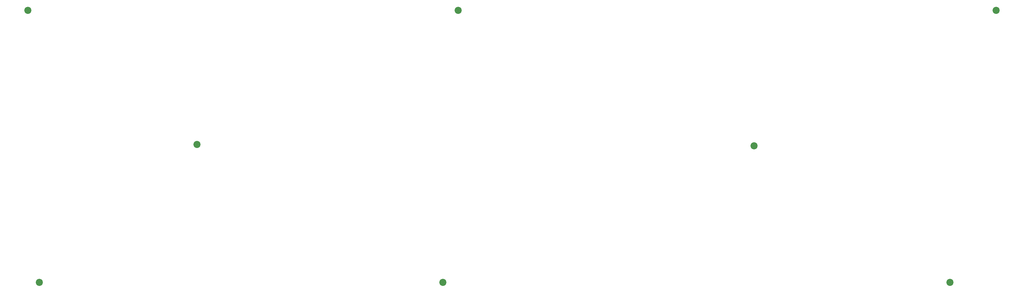
<source format=gts>
%TF.GenerationSoftware,KiCad,Pcbnew,7.0.11*%
%TF.CreationDate,2024-04-25T10:03:52+05:30*%
%TF.ProjectId,Lexicon 69,4c657869-636f-46e2-9036-392e6b696361,rev?*%
%TF.SameCoordinates,Original*%
%TF.FileFunction,Soldermask,Top*%
%TF.FilePolarity,Negative*%
%FSLAX46Y46*%
G04 Gerber Fmt 4.6, Leading zero omitted, Abs format (unit mm)*
G04 Created by KiCad (PCBNEW 7.0.11) date 2024-04-25 10:03:52*
%MOMM*%
%LPD*%
G01*
G04 APERTURE LIST*
%ADD10C,2.200000*%
G04 APERTURE END LIST*
D10*
%TO.C,H5*%
X195262500Y-160734375D03*
%TD*%
%TO.C,H7*%
X366712500Y-76200000D03*
%TD*%
%TO.C,H4*%
X200025000Y-76200000D03*
%TD*%
%TO.C,H1*%
X66675000Y-76200000D03*
%TD*%
%TO.C,H2*%
X70246875Y-160734375D03*
%TD*%
%TO.C,H8*%
X352425000Y-160734375D03*
%TD*%
%TO.C,H3*%
X119062500Y-117871875D03*
%TD*%
%TO.C,H6*%
X291703125Y-118250000D03*
%TD*%
M02*

</source>
